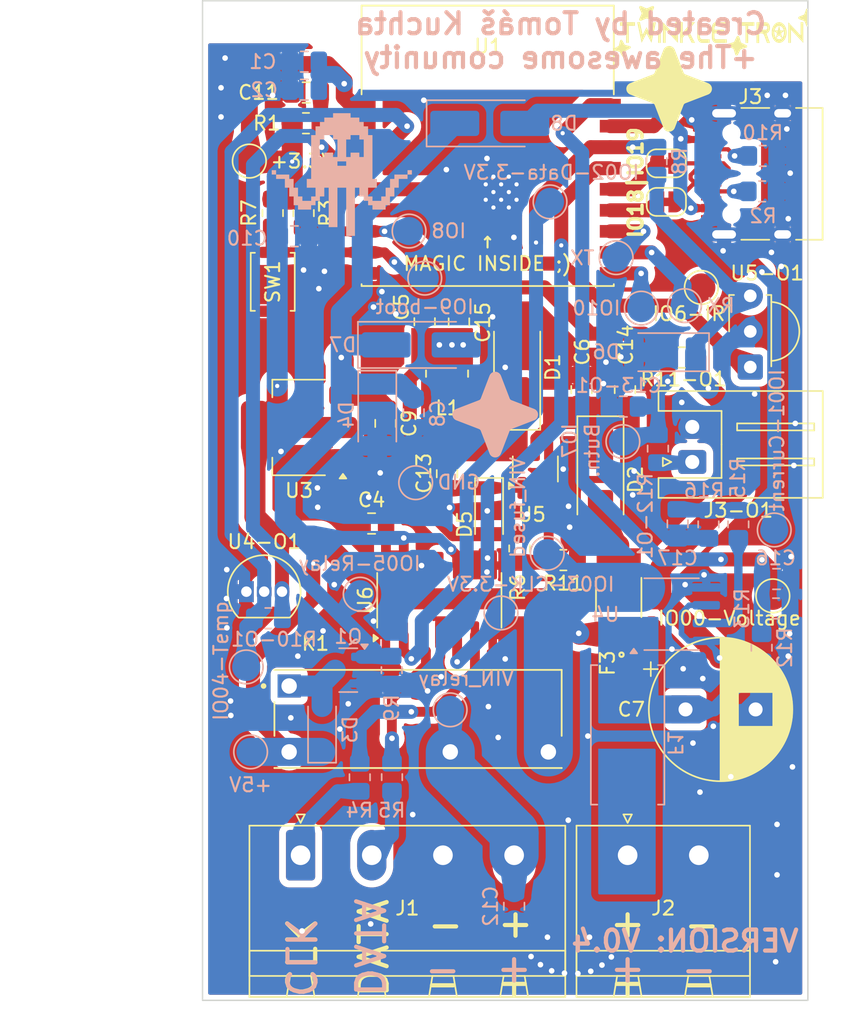
<source format=kicad_pcb>
(kicad_pcb (version 20240108) (generator "pcbnew") (generator_version "8.0")
  (layers (0 "F.Cu" signal) (31 "B.Cu" signal) (34 "B.Paste" user) (35 "F.Paste" user) (36 "B.SilkS" user "B.Silkscreen") (37 "F.SilkS" user "F.Silkscreen") (38 "B.Mask" user) (39 "F.Mask" user) (44 "Edge.Cuts" user))
  (net 0 "")
  (net 1 "GND")
  (net 2 "+3.3V")
  (net 3 "+5V")
  (net 4 "Net-(D5-A)")
  (net 5 "Net-(D2-K)")
  (net 6 "VIN_Fused")
  (net 7 "Net-(C7-Pad1)")
  (net 8 "VIN_relay")
  (net 9 "Net-(D3-A)")
  (net 10 "+VIN")
  (net 11 "Net-(J3-O1-Pin_1)")
  (net 12 "Net-(U1-EN)")
  (net 13 "Net-(D5-K)")
  (net 14 "Net-(D1-K)")
  (net 15 "IO00-Voltage")
  (net 16 "IO01-Current")
  (net 17 "Net-(R4-Pad1)")
  (net 18 "DATA-5V")
  (net 19 "CLK-5V")
  (net 20 "Net-(R5-Pad2)")
  (net 21 "Net-(D2-A)")
  (net 23 "Net-(USB1-A)")
  (net 24 "USB_5V")
  (net 25 "Net-(USB2-A)")
  (net 26 "Net-(J3-CC2)")
  (net 27 "Net-(J3-CC1)")
  (net 29 "IO18{slash}USB_D-")
  (net 30 "IO19{slash}USB_D+")
  (net 31 "IO05-Relay")
  (net 32 "IO8")
  (net 33 "Net-(U5-V_{FB})")
  (net 34 "IO9-boot")
  (net 35 "IO02-Data-3.3V")
  (net 36 "IO04-Temperature")
  (net 37 "Net-(U4-VIOUT)")
  (net 38 "RX")
  (net 39 "IO07-Button")
  (net 40 "IO10")
  (net 41 "IO03-CLK-3.3V")
  (net 42 "TX")
  (net 44 "IO6-IR")
  (footprint "Capacitor_SMD:C_0805_2012Metric_Pad1.18x1.45mm_HandSolder" (layer "F.Cu") (at 153.05 75.1875 90)
    (property "Reference" "C13")
    (property "Value" "100nF")
  )
  (footprint "Resistor_SMD:R_0805_2012Metric_Pad1.20x1.40mm_HandSolder" (layer "F.Cu") (at 142.98 50.19)
    (property "Reference" "R1")
    (property "Value" "10k")
  )
  (footprint "OptoDevice:Vishay_MINICAST-3Pin" (layer "F.Cu") (at 174.69 67.58 90)
    (property "Reference" "U5-O1")
    (property "Value" "TSOP38238")
  )
  (footprint "Capacitor_SMD:C_0805_2012Metric_Pad1.18x1.45mm_HandSolder" (layer "F.Cu") (at 148.66 71.6 -90)
    (property "Reference" "C9")
    (property "Value" "10uF")
  )
  (footprint "Capacitor_SMD:C_0805_2012Metric_Pad1.18x1.45mm_HandSolder" (layer "F.Cu") (at 162.65 69.1875 90)
    (property "Reference" "C6")
    (property "Value" "10uF")
  )
  (footprint "Resistor_SMD:R_0805_2012Metric_Pad1.20x1.40mm_HandSolder" (layer "F.Cu") (at 169.8 66.9 180)
    (property "Reference" "R11-O1")
    (property "Value" "10k")
  )
  (footprint "TestPoint:TestPoint_Pad_D2.0mm" (layer "F.Cu") (at 176.3 83.9)
    (property "Reference" "TP2")
    (property "Value" "IO00-Voltage")
  )
  (footprint "footprints:ESP32-C3-WROOM-02" (layer "F.Cu") (at 155.95 51.8)
    (property "Reference" "U1")
    (property "Value" "ESP32-C3-WROOM-02")
  )
  (footprint "Resistor_SMD:R_0805_2012Metric_Pad1.20x1.40mm_HandSolder" (layer "F.Cu") (at 161.35 81.35)
    (property "Reference" "R11")
    (property "Value" "10k")
  )
  (footprint "footprints:logo" (layer "F.Cu") (at 171.878307 43.477282)
    (property "Reference" "G***" (hide yes))
    (property "Value" "LOGO" (hide yes))
  )
  (footprint "footprints:RELAY_HF46F_005-HS1" (layer "F.Cu") (at 150.98 92.68)
    (property "Reference" "K1")
    (property "Value" "HF46F-G/5-HS1")
  )
  (footprint "Package_TO_SOT_SMD:SOT-223-3_TabPin2" (layer "F.Cu") (at 142.49 71.89 180)
    (property "Reference" "U3")
    (property "Value" "AMS1117-3.3")
  )
  (footprint "Capacitor_SMD:C_0805_2012Metric_Pad1.18x1.45mm_HandSolder" (layer "F.Cu") (at 165.75 69.1875 90)
    (property "Reference" "C14")
    (property "Value" "10uF")
  )
  (footprint "Resistor_SMD:R_0805_2012Metric_Pad1.20x1.40mm_HandSolder" (layer "F.Cu") (at 140.61 56.6 -90)
    (property "Reference" "R7")
    (property "Value" "10k")
  )
  (footprint "Package_TO_SOT_SMD:SOT-23-6_Handsoldering" (layer "F.Cu") (at 159.35 74.85 90)
    (property "Reference" "U5")
    (property "Value" "MCP16331T-E/CH")
  )
  (footprint "Connector_Phoenix_MSTB:PhoenixContact_MSTBA_2,5_4-G-5,08_1x04_P5.08mm_Horizontal" (layer "F.Cu") (at 142.5975 102.4)
    (property "Reference" "J1")
    (property "Value" "To leds")
  )
  (footprint "Package_TO_SOT_THT:TO-92_Inline" (layer "F.Cu") (at 138.73 83.6)
    (property "Reference" "U4-O1")
    (property "Value" "DS18B20")
  )
  (footprint "Jumper:SolderJumper-2_P1.3mm_Bridged_RoundedPad1.0x1.5mm" (layer "F.Cu") (at 168.69 53.05 180)
    (property "Reference" "USB2")
    (property "Value" "Jumper_2_Small_Bridged" (hide yes))
  )
  (footprint "Resistor_SMD:R_0805_2012Metric_Pad1.20x1.40mm_HandSolder" (layer "F.Cu") (at 158.22 80.52 -90)
    (property "Reference" "R6")
    (property "Value" "52.3k")
  )
  (footprint "Capacitor_SMD:C_0805_2012Metric_Pad1.18x1.45mm_HandSolder" (layer "F.Cu") (at 147.6625 78.74)
    (property "Reference" "C4")
    (property "Value" "100nF")
  )
  (footprint "Capacitor_SMD:C_0805_2012Metric_Pad1.18x1.45mm_HandSolder" (layer "F.Cu") (at 151.45 64.35 90)
    (property "Reference" "C5")
    (property "Value" "10uF")
  )
  (footprint "footprints:IND_VLS3012HBX-220M" (layer "F.Cu") (at 153.05 68.05 90)
    (property "Reference" "L1")
    (property "Value" "22 µH")
  )
  (footprint "TestPoint:TestPoint_Pad_D2.0mm" (layer "F.Cu") (at 138.94 52.89)
    (property "Reference" "TP16" (hide yes))
    (property "Value" "+3.3V")
  )
  (footprint "Resistor_SMD:R_0805_2012Metric_Pad1.20x1.40mm_HandSolder" (layer "F.Cu") (at 142.81 56.6 -90)
    (property "Reference" "R3")
    (property "Value" "10k")
  )
  (footprint "Connector_USB:USB_C_Receptacle_HRO_TYPE-C-31-M-12" (layer "F.Cu") (at 175.95 53.8 90)
    (property "Reference" "J3")
    (property "Value" "USB_C_Rec._16P")
  )
  (footprint "TestPoint:TestPoint_Pad_D2.0mm" (layer "F.Cu") (at 171.2 61.9 90)
    (property "Reference" "TP7" (hide yes))
    (property "Value" "IO6-IR")
  )
  (footprint "Package_SO:SOIC-14_3.9x8.7mm_P1.27mm" (layer "F.Cu") (at 152.5 84.215 90)
    (property "Reference" "U6")
    (property "Value" "SN74AHCT125DR")
  )
  (footprint "Connector_Phoenix_MSTB:PhoenixContact_MSTBA_2,5_2-G-5,08_1x02_P5.08mm_Horizontal" (layer "F.Cu") (at 165.9375 102.4)
    (property "Reference" "J2")
    (property "Value" "Power")
  )
  (footprint "Capacitor_THT:CP_Radial_D10.0mm_P5.00mm" (layer "F.Cu") (at 170.07 92)
    (property "Reference" "C7")
    (property "Value" "1000uF")
  )
  (footprint "Diode_SMD:D_SMA_Handsoldering" (layer "F.Cu") (at 158.05 67.55 90)
    (property "Reference" "D1")
    (property "Value" "SSA34")
  )
  (footprint "Diode_SMD:D_SMA_Handsoldering" (layer "F.Cu") (at 164 75.6 -90)
    (property "Reference" "D2")
    (property "Value" "SSA34")
  )
  (footprint "Diode_SMD:D_SOD-123" (layer "F.Cu") (at 156.05 77.85 -90)
    (property "Reference" "D5")
    (property "Value" "1N4148")
  )
  (footprint "Connector_JST:JST_XH_S2B-XH-A_1x02_P2.50mm_Horizontal" (layer "F.Cu") (at 170.55 74.35 90)
    (property "Reference" "J3-O1")
    (property "Value" "Button")
  )
  (footprint "Capacitor_SMD:C_0805_2012Metric_Pad1.18x1.45mm_HandSolder" (layer "F.Cu") (at 142.9975 48)
    (property "Reference" "C11")
    (property "Value" "0.22uF")
  )
  (footprint "footprints:FUSE_1812L200_12DR" (layer "F.Cu") (at 165.3 84.015 90)
    (property "Reference" "F3")
    (property "Value" "1812L050/60MR")
  )
  (footprint "Jumper:SolderJumper-2_P1.3mm_Bridged_RoundedPad1.0x1.5mm" (layer "F.Cu") (at 168.7 55.8 180)
    (property "Reference" "USB1")
    (property "Value" "Jumper_2_Small_Bridged" (hide yes))
  )
  (footprint "Button_Switch_SMD:SW_Push_SPST_NO_Alps_SKRK" (layer "F.Cu") (at 140.61 61.5 90)
    (property "Reference" "SW1")
    (property "Value" "SW_Push-boot")
  )
  (footprint "Capacitor_SMD:C_0805_2012Metric_Pad1.18x1.45mm_HandSolder" (layer "F.Cu") (at 153.9 64.3625 90)
    (property "Reference" "C15")
    (property "Value" "10uF")
  )
  (footprint "TestPoint:TestPoint_Pad_D2.0mm" (layer "B.Cu") (at 150.81 75.83 180)
    (property "Reference" "TP18" (hide yes))
    (property "Value" "GND")
  )
  (footprint "Capacitor_SMD:C_0805_2012Metric_Pad1.18x1.45mm_HandSolder" (layer "B.Cu") (at 169.5075 78.7625 -90)
    (property "Reference" "C17")
    (property "Value" "100nF")
  )
  (footprint "Diode_SMD:D_SOD-128" (layer "B.Cu") (at 148.07 71 -90)
    (property "Reference" "D4")
    (property "Value" "PDZVTR5.1B")
  )
  (footprint "TestPoint:TestPoint_Pad_D2.0mm" (layer "B.Cu") (at 156.900707 85.119293 180)
    (property "Reference" "TP13" (hide yes))
    (property "Value" "IO03-CLK-3.3V")
  )
  (footprint "TestPoint:TestPoint_Pad_D2.0mm" (layer "B.Cu") (at 176.4 79.2 180)
    (property "Reference" "TP1" (hide yes))
    (property "Value" "IO01-Current")
  )
  (footprint "Diode_SMD:D_SMA_Handsoldering" (layer "B.Cu") (at 151.2 66)
    (property "Reference" "D7")
    (property "Value" "SSA34")
  )
  (footprint "Resistor_SMD:R_0805_2012Metric_Pad1.20x1.40mm_HandSolder" (layer "B.Cu") (at 175.5 87.6 90)
    (property "Reference" "R12")
    (property "Value" "220k" (hide yes))
  )
  (footprint "Resistor_SMD:R_0805_2012Metric_Pad1.20x1.40mm_HandSolder" (layer "B.Cu") (at 173.8375 78.8 90)
    (property "Reference" "R15")
    (property "Value" "51k")
  )
  (footprint "TestPoint:TestPoint_Pad_D2.0mm" (layer "B.Cu") (at 165.6 72.9 -90)
    (property "Reference" "TP5" (hide yes))
    (property "Value" "IO07-Button" (hide yes))
  )
  (footprint "Diode_SMD:D_SOD-128" (layer "B.Cu") (at 168.5875 66.52 180)
    (property "Reference" "D6")
    (property "Value" "PDZVTR5.1B")
  )
  (footprint "Diode_SMD:D_SOD-123" (layer "B.Cu") (at 144.13 93.44 90)
    (property "Reference" "D3")
    (property "Value" "1N4148")
  )
  (footprint "Capacitor_SMD:C_0805_2012Metric_Pad1.18x1.45mm_HandSolder" (layer "B.Cu") (at 142.8625 45.8)
    (property "Reference" "C1")
    (property "Value" "100nF")
  )
  (footprint "Resistor_SMD:R_0805_2012Metric_Pad1.20x1.40mm_HandSolder" (layer "B.Cu") (at 168 52.9 90)
    (property "Reference" "R8")
    (property "Value" "10k")
  )
  (footprint "TestPoint:TestPoint_Pad_D2.0mm" (layer "B.Cu") (at 153.27 92.03 180)
    (property "Reference" "TP20")
    (property "Value" "VIN_relay")
  )
  (footprint "Package_SO:SOIC-8_3.9x4.9mm_P1.27mm" (layer "B.Cu") (at 169.075 85.205)
    (property "Reference" "U4")
    (property "Value" "ACS722xLCTR-10AB")
  )
  (footprint "Resistor_SMD:R_0805_2012Metric_Pad1.20x1.40mm_HandSolder" (layer "B.Cu") (at 140.3 85.5 180)
    (property "Reference" "R10-O1")
    (property "Value" "4.7k")
  )
  (footprint "Resistor_SMD:R_0805_2012Metric_Pad1.20x1.40mm_HandSolder" (layer "B.Cu") (at 171.7075 78.8 -90)
    (property "Reference" "R16")
    (property "Value" "39k")
  )
  (footprint "TestPoint:TestPoint_Pad_D2.0mm" (layer "B.Cu") (at 165.12 59.78 180)
    (property "Reference" "TP15")
    (property "Value" "TX")
  )
  (footprint "Capacitor_SMD:C_0805_2012Metric_Pad1.18x1.45mm_HandSolder" (layer "B.Cu") (at 176.5625 82.7)
    (property "Reference" "C16")
    (property "Value" "100nF")
  )
  (footprint "Resistor_SMD:R_0805_2012Metric_Pad1.20x1.40mm_HandSolder" (layer "B.Cu") (at 176.525 84.8)
    (property "Reference" "R13")
    (property "Value" "10k")
  )
  (footprint "TestPoint:TestPoint_Pad_D2.0mm" (layer "B.Cu") (at 151.46 61.24 180)
    (property "Reference" "TP9" (hide yes))
    (property "Value" "IO9-boot")
  )
  (footprint "footprints:akemi" (layer "B.Cu") (at 145.54 53.85 180)
    (property "Reference" "G***" (hide yes))
    (property "Value" "LOGO" (hide yes))
  )
  (footprint "Package_TO_SOT_SMD:SOT-23" (layer "B.Cu") (at 146 89.2 180)
    (property "Reference" "Q1")
    (property "Value" "2N7002")
  )
  (footprint "Capacitor_SMD:C_0805_2012Metric_Pad1.18x1.45mm_HandSolder" (layer "B.Cu") (at 150.67 70.8375 -90)
    (property "Reference" "C8")
    (property "Value" "100nF" (hide yes))
  )
  (footprint "Resistor_SMD:R_0805_2012Metric_Pad1.20x1.40mm_HandSolder" (layer "B.Cu") (at 149.12 96.83 90)
    (property "Reference" "R5")
    (property "Value" "100R")
  )
  (footprint "Fuse:Fuseholder_Littelfuse_Nano2_154x" (layer "B.Cu") (at 165.9375 93.815 90)
    (property "Reference" "F1")
    (property "Value" "10A")
  )
  (footprint "Resistor_SMD:R_0805_2012Metric_Pad1.20x1.40mm_HandSolder" (layer "B.Cu") (at 168.1 73.4 -90)
    (property "Reference" "R12-O1")
    (property "Value" "1k")
  )
  (footprint "Resistor_SMD:R_0805_2012Metric_Pad1.20x1.40mm_HandSolder" (layer "B.Cu") (at 175.54 55.05 180)
    (property "Reference" "R2")
    (property "Value" "5k1")
  )
  (footprint "TestPoint:TestPoint_Pad_D2.0mm" (layer "B.Cu") (at 160.2 80.86 180)
    (property "Reference" "TP19" (hide yes))
    (property "Value" "VIN_fused")
  )
  (footprint "Capacitor_SMD:C_0805_2012Metric_Pad1.18x1.45mm_HandSolder" (layer "B.Cu") (at 142.1525 58.25)
    (property "Reference" "C10")
    (property "Value" "10uF")
  )
  (footprint "TestPoint:TestPoint_Pad_D2.0mm" (layer "B.Cu") (at 160.4 55.8 180)
    (property "Reference" "TP3" (hide yes))
    (property "Value" "IO02-Data-3.3V")
  )
  (footprint "Resistor_SMD:R_0805_2012Metric_Pad1.20x1.40mm_HandSolder" (layer "B.Cu") (at 149.1 89.2 -90)
    (property "Reference" "R9")
    (property "Value" "10k")
  )
  (footprint "Capacitor_SMD:C_0805_2012Metric_Pad1.18x1.45mm_HandSolder" (layer "B.Cu") (at 157.8375 106.0375 -90)
    (property "Reference" "C12")
    (property "Value" "100nF")
  )
  (footprint "Resistor_SMD:R_0805_2012Metric_Pad1.20x1.40mm_HandSolder" (layer "B.Cu") (at 175.58 52.52 180)
    (property "Reference" "R10")
    (property "Value" "5k1")
  )
  (footprint "TestPoint:TestPoint_Pad_D2.0mm" (layer "B.Cu") (at 170 63.2 180)
    (property "Reference" "TP6")
    (property "Value" "RX")
  )
  (footprint "TestPoint:TestPoint_Pad_D2.0mm" (layer "B.Cu") (at 139.03 95.03 180)
    (property "Reference" "TP17" (hide yes))
    (property "Value" "+5V")
  )
  (footprint "TestPoint:TestPoint_Pad_D2.0mm" (layer "B.Cu") (at 146.85 83.78 180)
    (property "Reference" "TP14" (hide yes))
    (property "Value" "IO05-Relay")
  )
  (footprint "Diode_SMD:D_SMA_Handsoldering" (layer "B.Cu") (at 156.1 50.2)
    (property "Reference" "D8")
    (property "Value" "SSA34")
  )
  (footprint "TestPoint:TestPoint_Pad_D2.0mm" (layer "B.Cu") (at 150.34 57.88 180)
    (property "Reference" "TP8" (hide yes))
    (property "Value" "IO8")
  )
  (footprint "Resistor_SMD:R_0805_2012Metric_Pad1.20x1.40mm_HandSolder" (layer "B.Cu") (at 146.82 96.84 -90)
    (property "Reference" "R4")
    (property "Value" "100R")
  )
  (footprint "Capacitor_SMD:C_0805_2012Metric_Pad1.18x1.45mm_HandSolder" (layer "B.Cu") (at 165.6375 70.4 180)
    (property "Reference" "C13-O1")
    (property "Value" "100nF")
  )
  (footprint "TestPoint:TestPoint_Pad_D2.0mm" (layer "B.Cu") (at 166.91 63.38 180)
    (property "Reference" "TP10")
    (property "Value" "IO10")
  )
  (footprint "TestPoint:TestPoint_Pad_D2.0mm" (layer "B.Cu") (at 138.72 88.97 180)
    (property "Reference" "TP4" (hide yes))
    (property "Value" "IO04-Temperature")
  )
  (footprint "Capacitor_SMD:C_0805_2012Metric_Pad1.18x1.45mm_HandSolder" (layer "B.Cu") (at 142.8625 47.8)
    (property "Reference" "C2")
    (property "Value" "10uF")
  )
  (gr_rect (start 154.75 80.76) (end 156.5 82.62) (stroke (width 0.2)) (fill solid) (layer "F.Cu") (net 1))
  (gr_rect (start 151.3 68.6) (end 158.7 74.2) (stroke (width 0.2)) (fill solid) (layer "F.Cu") (net 14))
  (gr_rect (start 160 69.8) (end 166.7 71.9) (stroke (width 0.2)) (fill solid) (layer "F.Cu") (net 5))
  (gr_rect (start 170.7 48.8) (end 172.5 50.7) (stroke (width 0.2)) (fill solid) (layer "F.Cu") (net 1))
  (gr_rect (start 148.5 80.76) (end 150.25 82.62) (stroke (width 0.2)) (fill solid) (layer "F.Cu") (net 3))
  (gr_rect (start 150.6 64.9) (end 154.8 67.5) (stroke (width 0.2)) (fill solid) (layer "F.Cu") (net 4))
  (gr_rect (start 155.4 53.6) (end 158.3 56.6) (stroke (width 0.2)) (fill solid) (layer "F.Cu") (net 1))
  (gr_rect (start 163.9375 94.9) (end 167.8375 105.1) (stroke (width 0.2)) (fill solid) (layer "B.Cu") (net 10))
  (gr_rect (start 155.2 53.6) (end 158.3 56.8) (stroke (width 0.2)) (fill solid) (layer "B.Cu") (net 1))
  (gr_poly (pts (xy 141.11 78.96) (xy 143.43 81.29) (xy 145.57 79.37) (xy 143.66 79.01)) (stroke (width 0.2)) (fill solid) (layer "B.Cu") (net 3))
  (gr_rect (start 163.9375 85.5) (end 168.0375 92.9) (stroke (width 0.2)) (fill solid) (layer "B.Cu") (net 7))
  (gr_poly (pts (xy 156.467002 67.916564) (xy 156.43078 67.919846) (xy 156.395256 67.926084) (xy 156.36058 67.935174) (xy 156.326914 67.947024) (xy 156.294414 67.961538) (xy 156.263244 67.978616) (xy 156.233566 67.99817) (xy 156.20553 68.020094) (xy 156.179304 68.044304) (xy 156.15504 68.070696) (xy 156.132906 68.099174) (xy 156.113056 68.129646) (xy 156.09565 68.162012) (xy 156.08791 68.178876) (xy 156.080844 68.19618) (xy 155.457648 69.816098) (xy 155.45322 69.826776) (xy 155.448262 69.837156) (xy 155.442784 69.847218) (xy 155.436804 69.856944) (xy 155.430346 69.866324) (xy 155.423416 69.875334) (xy 155.416038 69.883962) (xy 155.40823 69.892188) (xy 155.4 69.9) (xy 155.391376 69.907376) (xy 155.382364 69.9143) (xy 155.372988 69.920762) (xy 155.36326 69.926742) (xy 155.353198 69.93222) (xy 155.34282 69.937182) (xy 155.33214 69.94161) (xy 153.712222 70.564802) (xy 153.696594 70.571172) (xy 153.681318 70.57809) (xy 153.666396 70.58555) (xy 153.651838 70.593536) (xy 153.637656 70.602036) (xy 153.62386 70.61103) (xy 153.610458 70.620506) (xy 153.597462 70.630452) (xy 153.58488 70.64085) (xy 153.572722 70.651686) (xy 153.561 70.662948) (xy 153.54972 70.674618) (xy 153.538896 70.686686) (xy 153.528534 70.699136) (xy 153.518652 70.711956) (xy 153.509248 70.725126) (xy 153.500338 70.738634) (xy 153.491932 70.752468) (xy 153.484042 70.766612) (xy 153.47667 70.781054) (xy 153.469836 70.795776) (xy 153.463542 70.810764) (xy 153.4578 70.826004) (xy 153.452622 70.841484) (xy 153.448014 70.857186) (xy 153.443988 70.873098) (xy 153.440556 70.889204) (xy 153.43773 70.905494) (xy 153.43551 70.92195) (xy 153.433914 70.938554) (xy 153.432948 70.9553) (xy 153.432624 70.97217) (xy 153.433914 71.005778) (xy 153.43773 71.03884) (xy 153.443988 71.071234) (xy 153.452622 71.102848) (xy 153.463542 71.133568) (xy 153.47667 71.163278) (xy 153.491932 71.191864) (xy 153.509248 71.219206) (xy 153.528534 71.245196) (xy 153.54972 71.269714) (xy 153.572722 71.29265) (xy 153.597462 71.31388) (xy 153.62386 71.333302) (xy 153.651838 71.350796) (xy 153.681318 71.366242) (xy 153.712222 71.379532) (xy 155.33214 72.002722) (xy 155.34282 72.00715) (xy 155.353198 72.012116) (xy 155.36326 72.017594) (xy 155.372986 72.02357) (xy 155.382364 72.030032) (xy 155.391376 72.036958) (xy 155.4 72.044336) (xy 155.40823 72.052148) (xy 155.416038 72.060374) (xy 155.423416 72.069002) (xy 155.430342 72.07801) (xy 155.436804 72.087388) (xy 155.442784 72.097118) (xy 155.448262 72.107176) (xy 155.45322 72.117556) (xy 155.457648 72.128236) (xy 156.080844 73.748156) (xy 156.087202 73.763792) (xy 156.094114 73.779082) (xy 156.101566 73.79402) (xy 156.109546 73.808588) (xy 156.118036 73.822786) (xy 156.12702 73.836592) (xy 156.136492 73.850006) (xy 156.146434 73.86302) (xy 156.156822 73.87561) (xy 156.167658 73.887782) (xy 156.178918 73.89952) (xy 156.19059 73.91081) (xy 156.202654 73.921646) (xy 156.215106 73.93202) (xy 156.227922 73.94192) (xy 156.241092 73.951334) (xy 156.254602 73.960252) (xy 156.26844 73.96867) (xy 156.282582 73.976576) (xy 156.297028 73.983952) (xy 156.311752 73.990802) (xy 156.32674 73.997108) (xy 156.341986 74.002856) (xy 156.357472 74.008042) (xy 156.37318 74.01266) (xy 156.389098 74.016694) (xy 156.40521 74.020132) (xy 156.421504 74.02297) (xy 156.437968 74.025196) (xy 156.454582 74.026802) (xy 156.471334 74.02777) (xy 156.488208 74.0281) (xy 156.521834 74.026802) (xy 156.55491 74.02297) (xy 156.587318 74.016694) (xy 156.618944 74.008042) (xy 156.64967 73.997108) (xy 156.679388 73.983952) (xy 156.707976 73.96867) (xy 156.735324 73.951334) (xy 156.76131 73.93202) (xy 156.785826 73.91081) (xy 156.808754 73.887782) (xy 156.829982 73.86302) (xy 156.849396 73.836592) (xy 156.86687 73.808588) (xy 156.882302 73.779082) (xy 156.895572 73.748156) (xy 157.518764 72.128236) (xy 157.523196 72.117556) (xy 157.528154 72.107176) (xy 157.533632 72.097118) (xy 157.539612 72.087388) (xy 157.54607 72.07801) (xy 157.553 72.069002) (xy 157.560378 72.060374) (xy 157.568186 72.052148) (xy 157.576416 72.044336) (xy 157.58504 72.036958) (xy 157.594052 72.030032) (xy 157.60343 72.02357) (xy 157.613156 72.017594) (xy 157.623218 72.012116) (xy 157.633596 72.00715) (xy 157.644276 72.002722) (xy 159.264194 71.379532) (xy 159.279822 71.373164) (xy 159.295098 71.366242) (xy 159.31002 71.358782) (xy 159.324578 71.350796) (xy 159.33876 71.342296) (xy 159.352556 71.333302) (xy 159.365958 71.323828) (xy 159.378954 71.31388) (xy 159.391536 71.303486) (xy 159.403694 71.29265) (xy 159.415416 71.281384) (xy 159.426696 71.269714) (xy 159.43752 71.257646) (xy 159.447882 71.245196) (xy 159.457764 71.232376) (xy 159.467168 71.219206) (xy 159.476078 71.205698) (xy 159.484484 71.191864) (xy 159.492374 71.17772) (xy 159.499746 71.163278) (xy 159.50658 71.148556) (xy 159.512874 71.133568) (xy 159.518616 71.118328) (xy 159.523794 71.102848) (xy 159.528402 71.087146) (xy 159.532428 71.071234) (xy 159.53586 71.055128) (xy 159.538686 71.03884) (xy 159.540906 71.022386) (xy 159.542502 71.005778) (xy 159.543468 70.989032) (xy 159.543792 70.97217) (xy 159.542502 70.938554) (xy 159.538686 70.905494) (xy 159.532428 70.873098) (xy 159.523794 70.841484) (xy 159.512874 70.810764) (xy 159.499746 70.781054) (xy 159.484484 70.752468) (xy 159.467168 70.725126) (xy 159.447882 70.699136) (xy 159.426696 70.674618) (xy 159.403694 70.651686) (xy 159.378954 70.630452) (xy 159.352556 70.61103) (xy 159.324578 70.593536) (xy 159.295098 70.57809) (xy 159.264194 70.564802) (xy 157.644276 69.94161) (xy 157.633596 69.937182) (xy 157.623218 69.93222) (xy 157.613156 69.926742) (xy 157.603428 69.920762) (xy 157.594052 69.9143) (xy 157.58504 69.907376) (xy 157.576416 69.9) (xy 157.568186 69.892188) (xy 157.560378 69.883962) (xy 157.552998 69.875334) (xy 157.54607 69.866324) (xy 157.539608 69.856944) (xy 157.533632 69.847218) (xy 157.528154 69.837156) (xy 157.523192 69.826776) (xy 157.518764 69.816098) (xy 156.900212 68.207636) (xy 156.888492 68.17911) (xy 156.87497 68.15168) (xy 156.859716 68.125416) (xy 156.842816 68.100378) (xy 156.824354 68.076636) (xy 156.804404 68.054246) (xy 156.78305 68.033282) (xy 156.76037 68.013806) (xy 156.736446 67.995878) (xy 156.711356 67.979568) (xy 156.685184 67.964936) (xy 156.658004 67.952048) (xy 156.629904 67.940972) (xy 156.60096 67.931768) (xy 156.571254 67.924496) (xy 156.540864 67.919234) (xy 156.52227 67.917384) (xy 156.503742 67.916328)) (fill solid) (layer "B.SilkS"))
  (gr_poly (pts (xy 168.920646 44.680466) (xy 168.956868 44.683748) (xy 168.992392 44.689986) (xy 169.027068 44.699076) (xy 169.060734 44.710926) (xy 169.093234 44.72544) (xy 169.124404 44.742518) (xy 169.154082 44.762072) (xy 169.182118 44.783996) (xy 169.208344 44.808206) (xy 169.232608 44.834598) (xy 169.254742 44.863076) (xy 169.274592 44.893548) (xy 169.291998 44.925914) (xy 169.299738 44.942778) (xy 169.306804 44.960082) (xy 169.93 46.58) (xy 169.934428 46.590678) (xy 169.939386 46.601058) (xy 169.944864 46.61112) (xy 169.950844 46.620846) (xy 169.957302 46.630226) (xy 169.964232 46.639236) (xy 169.97161 46.647864) (xy 169.979418 46.65609) (xy 169.987648 46.663902) (xy 169.996272 46.671278) (xy 170.005284 46.678202) (xy 170.01466 46.684664) (xy 170.024388 46.690644) (xy 170.03445 46.696122) (xy 170.044828 46.701084) (xy 170.055508 46.705512) (xy 171.675426 47.328704) (xy 171.691054 47.335074) (xy 171.70633 47.341992) (xy 171.721252 47.349452) (xy 171.73581 47.357438) (xy 171.749992 47.365938) (xy 171.763788 47.374932) (xy 171.77719 47.384408) (xy 171.790186 47.394354) (xy 171.802768 47.404752) (xy 171.814926 47.415588) (xy 171.826648 47.42685) (xy 171.837928 47.43852) (xy 171.848752 47.450588) (xy 171.859114 47.463038) (xy 171.868996 47.475858) (xy 171.8784 47.489028) (xy 171.88731 47.502536) (xy 171.895716 47.51637) (xy 171.903606 47.530514) (xy 171.910978 47.544956) (xy 171.917812 47.559678) (xy 171.924106 47.574666) (xy 171.929848 47.589906) (xy 171.935026 47.605386) (xy 171.939634 47.621088) (xy 171.94366 47.637) (xy 171.947092 47.653106) (xy 171.949918 47.669396) (xy 171.952138 47.685852) (xy 171.953734 47.702456) (xy 171.9547 47.719202) (xy 171.955024 47.736072) (xy 171.953734 47.76968) (xy 171.949918 47.802742) (xy 171.94366 47.835136) (xy 171.935026 47.86675) (xy 171.924106 47.89747) (xy 171.910978 47.92718) (xy 171.895716 47.955766) (xy 171.8784 47.983108) (xy 171.859114 48.009098) (xy 171.837928 48.033616) (xy 171.814926 48.056552) (xy 171.790186 48.077782) (xy 171.763788 48.097204) (xy 171.73581 48.114698) (xy 171.70633 48.130144) (xy 171.675426 48.143434) (xy 170.055508 48.766624) (xy 170.044828 48.771052) (xy 170.03445 48.776018) (xy 170.024388 48.781496) (xy 170.014662 48.787472) (xy 170.005284 48.793934) (xy 169.996272 48.80086) (xy 169.987648 48.808238) (xy 169.979418 48.81605) (xy 169.97161 48.824276) (xy 169.964232 48.832904) (xy 169.957306 48.841912) (xy 169.950844 48.85129) (xy 169.944864 48.86102) (xy 169.939386 48.871078) (xy 169.934428 48.881458) (xy 169.93 48.892138) (xy 169.306804 50.512058) (xy 169.300446 50.527694) (xy 169.293534 50.542984) (xy 169.286082 50.557922) (xy 169.278102 50.57249) (xy 169.269612 50.586688) (xy 169.260628 50.600494) (xy 169.251156 50.613908) (xy 169.241214 50.626922) (xy 169.230826 50.639512) (xy 169.21999 50.651684) (xy 169.20873 50.663422) (xy 169.197058 50.674712) (xy 169.184994 50.685548) (xy 169.172542 50.695922) (xy 169.159726 50.705822) (xy 169.146556 50.715236) (xy 169.133046 50.724154) (xy 169.119208 50.732572) (xy 169.105066 50.740478) (xy 169.09062 50.747854) (xy 169.075896 50.754704) (xy 169.060908 50.76101) (xy 169.045662 50.766758) (xy 169.030176 50.771944) (xy 169.014468 50.776562) (xy 168.99855 50.780596) (xy 168.982438 50.784034) (xy 168.966144 50.786872) (xy 168.94968 50.789098) (xy 168.933066 50.790704) (xy 168.916314 50.791672) (xy 168.89944 50.792002) (xy 168.865814 50.790704) (xy 168.832738 50.786872) (xy 168.80033 50.780596) (xy 168.768704 50.771944) (xy 168.737978 50.76101) (xy 168.70826 50.747854) (xy 168.679672 50.732572) (xy 168.652324 50.715236) (xy 168.626338 50.695922) (xy 168.601822 50.674712) (xy 168.578894 50.651684) (xy 168.557666 50.626922) (xy 168.538252 50.600494) (xy 168.520778 50.57249) (xy 168.505346 50.542984) (xy 168.492076 50.512058) (xy 167.868884 48.892138) (xy 167.864452 48.881458) (xy 167.859494 48.871078) (xy 167.854016 48.86102) (xy 167.848036 48.85129) (xy 167.841578 48.841912) (xy 167.834648 48.832904) (xy 167.82727 48.824276) (xy 167.819462 48.81605) (xy 167.811232 48.808238) (xy 167.802608 48.80086) (xy 167.793596 48.793934) (xy 167.784218 48.787472) (xy 167.774492 48.781496) (xy 167.76443 48.776018) (xy 167.754052 48.771052) (xy 167.743372 48.766624) (xy 166.123454 48.143434) (xy 166.107826 48.137066) (xy 166.09255 48.130144) (xy 166.077628 48.122684) (xy 166.06307 48.114698) (xy 166.048888 48.106198) (xy 166.035092 48.097204) (xy 166.02169 48.08773) (xy 166.008694 48.077782) (xy 165.996112 48.067388) (xy 165.983954 48.056552) (xy 165.972232 48.045286) (xy 165.960952 48.033616) (xy 165.950128 48.021548) (xy 165.939766 48.009098) (xy 165.929884 47.996278) (xy 165.92048 47.983108) (xy 165.91157 47.9696) (xy 165.903164 47.955766) (xy 165.895274 47.941622) (xy 165.887902 47.92718) (xy 165.881068 47.912458) (xy 165.874774 47.89747) (xy 165.869032 47.88223) (xy 165.863854 47.86675) (xy 165.859246 47.851048) (xy 165.85522 47.835136) (xy 165.851788 47.81903) (xy 165.848962 47.802742) (xy 165.846742 47.786288) (xy 165.845146 47.76968) (xy 165.84418 47.752934) (xy 165.843856 47.736072) (xy 165.845146 47.702456) (xy 165.848962 47.669396) (xy 165.85522 47.637) (xy 165.863854 47.605386) (xy 165.874774 47.574666) (xy 165.887902 47.544956) (xy 165.903164 47.51637) (xy 165.92048 47.489028) (xy 165.939766 47.463038) (xy 165.960952 47.43852) (xy 165.983954 47.415588) (xy 166.008694 47.394354) (xy 166.035092 47.374932) (xy 166.06307 47.357438) (xy 166.09255 47.341992) (xy 166.123454 47.328704) (xy 167.743372 46.705512) (xy 167.754052 46.701084) (xy 167.76443 46.696122) (xy 167.774492 46.690644) (xy 167.78422 46.684664) (xy 167.793596 46.678202) (xy 167.802608 46.671278) (xy 167.811232 46.663902) (xy 167.819462 46.65609) (xy 167.82727 46.647864) (xy 167.83465 46.639236) (xy 167.841578 46.630226) (xy 167.84804 46.620846) (xy 167.854016 46.61112) (xy 167.859494 46.601058) (xy 167.864456 46.590678) (xy 167.868884 46.58) (xy 168.487436 44.971538) (xy 168.499156 44.943012) (xy 168.512678 44.915582) (xy 168.527932 44.889318) (xy 168.544832 44.86428) (xy 168.563294 44.840538) (xy 168.583244 44.818148) (xy 168.604598 44.797184) (xy 168.627278 44.777708) (xy 168.651202 44.75978) (xy 168.676292 44.74347) (xy 168.702464 44.728838) (xy 168.729644 44.71595) (xy 168.757744 44.704874) (xy 168.786688 44.69567) (xy 168.816394 44.688398) (xy 168.846784 44.683136) (xy 168.865378 44.681286) (xy 168.883906 44.68023)) (fill solid) (layer "F.SilkS"))
  (gr_rect (start 135.6 41.45) (end 178.8 112.75) (stroke (width 0.1)) (fill none) (layer "Edge.Cuts"))
  (gr_text "+" (at 164.5 111.6 0) (layer "B.SilkS") (effects (font (size 2 2) (thickness 0.3) (bold yes)) (justify left bottom)))
  (gr_text "+" (at 156.4 111.6 0) (layer "B.SilkS") (effects (font (size 2 2) (thickness 0.3) (bold yes)) (justify left bottom)))
  (gr_text "IO04-Temp." (at 137.5 92.9 90) (layer "B.SilkS") (effects (font (size 1 1)) (justify left bottom)))
  (gr_text "CLK" (at 141.4 106.7 -90) (layer "B.SilkS") (effects (font (size 2 2) (thickness 0.3) (bold yes)) (justify right bottom mirror)))
  (gr_text "-" (at 169.6 111.7 0) (layer "B.SilkS") (effects (font (size 2 2) (thickness 0.3) (bold yes)) (justify left bottom)))
  (gr_text "DATA" (at 146.3 105.3 -90) (layer "B.SilkS") (effects (font (size 2 2) (thickness 0.3) (bold yes)) (justify right bottom mirror)))
  (gr_text "Created by Tomáš Kuchta\n+The awesome comunity" (at 161.15 44.3 0) (layer "B.SilkS") (effects (font (size 1.5 1.5) (thickness 0.3)) (justify mirror)))
  (gr_text "IO7\nButn." (at 164 71.5 90) (layer "B.SilkS") (effects (font (size 1 1)) (justify left bottom mirror)))
  (gr_text "VERSION: V0.4" (at 178.3 109.4 0) (layer "B.SilkS") (effects (font (size 1.5 1.5) (thickness 0.3) (bold yes)) (justify left bottom mirror)))
  (gr_text "-" (at 151.3 111.7 0) (layer "B.SilkS") (effects (font (size 2 2) (thickness 0.3) (bold yes)) (justify left bottom)))
  (gr_text "+" (at 164.5 112.6 0) (layer "F.SilkS") (effects (font (size 2 2) (thickness 0.3) (bold yes)) (justify left bottom)))
  (gr_text "-" (at 169.6 112.7 0) (layer "F.SilkS") (effects (font (size 2 2) (thickness 0.3) (bold yes)) (justify left bottom)))
  (gr_text "+" (at 164.5 108.4 0) (layer "F.SilkS") (effects (font (size 2 2) (thickness 0.3) (bold yes)) (justify left bottom)))
  (gr_text "-" (at 151.5 108.5 0) (layer "F.SilkS") (effects (font (size 2 2) (thickness 0.3) (bold yes)) (justify left bottom)))
  (gr_text "↑\nMAGIC INSIDE ;)" (at 155.94 59.4 0) (layer "F.SilkS") (effects (font (size 1 1))))
  (gr_text "-" (at 169.8 108.5 0) (layer "F.SilkS") (effects (font (size 2 2) (thickness 0.3) (bold yes)) (justify left bottom)))
  (gr_text "DATA" (at 149 112.7 90) (layer "F.SilkS") (effects (font (size 2 2) (thickness 0.3) (bold yes)) (justify left bottom)))
  (gr_text "-" (at 151.3 112.7 0) (layer "F.SilkS") (effects (font (size 2 2) (thickness 0.3) (bold yes)) (justify left bottom)))
  (gr_text "IO18|IO19" (at 167.1 58.5 90) (layer "F.SilkS") (effects (font (size 1 1) (thickness 0.25) (bold yes)) (justify left bottom)))
  (gr_text "CLK" (at 143.9 112.7 90) (layer "F.SilkS") (effects (font (size 2 2) (thickness 0.3) (bold yes)) (justify left bottom)))
  (gr_text "+" (at 156.5 108.4 0) (layer "F.SilkS") (effects (font (size 2 2) (thickness 0.3) (bold yes)) (justify left bottom)))
  (gr_text "+" (at 156.4 112.6 0) (layer "F.SilkS") (effects (font (size 2 2) (thickness 0.3) (bold yes)) (justify left bottom)))
  (segment (start 171.905 57.205) (end 172.82 58.12) (width 0.5) (layer "F.Cu") (net 1))
  (segment (start 161.8 79.9) (end 161.8 79.3) (width 1) (layer "F.Cu") (net 1))
  (segment (start 171.905 50.55) (end 171.905 50.395) (width 0.5) (layer "F.Cu") (net 1))
  (segment (start 147.1075 74.19) (end 148.66 72.6375) (width 1.5) (layer "F.Cu") (net 1))
  (segment (start 162.35 81.35) (end 162.35 80.45) (width 1) (layer "F.Cu") (net 1))
  (segment (start 171.905 50.395) (end 172.82 49.48) (width 0.5) (layer "F.Cu") (net 1))
  (segment (start 158.76 78.07) (end 159.35 77.48) (width 0.4) (layer "F.Cu") (net 1))
  (segment (start 161.8 79.3) (end 161.8 79) (width 1) (layer "F.Cu") (net 1))
  (segment (start 171.905 57.05) (end 171.905 57.205) (width 0.5) (layer "F.Cu") (net 1))
  (segment (start 145.64 74.19) (end 147.1075 74.19) (width 1.5) (layer "F.Cu") (net 1))
  (segment (start 159.35 77.48) (end 159.35 76.2) (width 0.4) (layer "F.Cu") (net 1))
  (segment (start 162.35 80.45) (end 161.8 79.9) (width 1) (layer "F.Cu") (net 1))
  (via (at 157.82 58.33) (size 0.8) (drill 0.4) (layers "F.Cu" "B.Cu") (net 1))
  (via (at 161.7 99.9) (size 0.8) (drill 0.4) (layers "F.Cu" "B.Cu") (net 1))
  (via (at 155.9 52.7) (size 0.8) (drill 0.4) (layers "F.Cu" "B.Cu") (net 1))
  (via (at 164.39 67.23) (size 0.8) (drill 0.4) (layers "F.Cu" "B.Cu") (net 1))
  (via (at 155.9 82.2) (size 0.8) (drill 0.4) (layers "F.Cu" "B.Cu") (net 1))
  (via (at 172.75 59.29) (size 0.8) (drill 0.4) (layers "F.Cu" "B.Cu") (net 1))
  (via (at 145 83.1) (size 0.8) (drill 0.4) (layers "F.Cu" "B.Cu") (net 1))
  (via (at 171.3 89.8) (size 0.8) (drill 0.4) (layers "F.Cu" "B.Cu") (net 1))
  (via (at 147.6 107.3) (size 0.8) (drill 0.4) (layers "F.Cu" "B.Cu") (net 1))
  (via (at 151.66 90.68) (size 0.8) (drill 0.4) (layers "F.Cu" "B.Cu") (net 1))
  (via (at 177.54 53.75) (size 0.8) (drill 0.4) (layers "F.Cu" "B.Cu") (net 1))
  (via (at 172.05 93.2) (size 0.8) (drill 0.4) (layers "F.Cu" "B.Cu") (net 1))
  (via (at 142.4 88.2) (size 0.8) (drill 0.4) (layers "F.Cu" "B.Cu") (net 1))
  (via (at 143.82 77.58) (size 0.8) (drill 0.4) (layers "F.Cu" "B.Cu") (net 1))
  (via (at 143.9 61.99) (size 0.8) (drill 0.4) (layers "F.Cu" "B.Cu") (net 1))
  (via (at 156.3 64) (size 0.8) (drill 0.4) (layers "F.Cu" "B.Cu") (net 1))
  (via (at 165.45 66.86) (size 0.8) (drill 0.4) (layers "F.Cu" "B.Cu") (net 1))
  (via (at 169.1 87.7) (size 0.8) (drill 0.4) (layers "F.Cu" "B.Cu") (net 1))
  (via (at 176.2 59.4) (size 0.8) (drill 0.4) (layers "F.Cu" "B.Cu") (net 1))
  (via (at 151.39 48.55) (size 0.8) (drill 0.4) (layers "F.Cu" "B.Cu") (net 1))
  (via (at 162.39 110.84) (size 0.8) (drill 0.4) (layers "F.Cu" "B.Cu") (net 1))
  (via (at 148.28 75.13) (size 0.8) (drill 0.4) (layers "F.Cu" "B.Cu") (net 1))
  (via (at 136.92 47.66) (size 0.8) (drill 0.4) (layers "F.Cu" "B.Cu") (net 1))
  (via (at 170.6 94.4) (size 0.8) (drill 0.4) (layers "F.Cu" "B.Cu") (net 1))
  (via (at 177.9 71.6) (size 0.8) (drill 0.4) (layers "F.Cu" "B.Cu") (net 1))
  (via (at 163.305177 110.674607) (size 0.8) (drill 0.4) (layers "F.Cu" "B.Cu") (net 1))
  (via (at 177.4 57) (size 0.8) (drill 0.4) (layers "F.Cu" "B.Cu") (net 1))
  (via (at 177.8 74.6) (size 0.8) (drill 0.4) (layers "F.Cu" "B.Cu") (net 1))
  (via (at 148.4 62.2) (size 0.8) (drill 0.4) (layers "F.Cu" "B.Cu") (net 1))
  (via (at 175 69.5) (size 0.8) (drill 0.4) (layers "F.Cu" "B.Cu") (net 1))
  (via (at 164.21 68.76) (size 0.8) (drill 0.4) (layers "F.Cu" "B.Cu") (net 1))
  (via (at 156 91.8) (size 0.8) (drill 0.4) (layers "F.Cu" "B.Cu") (net 1))
  (via (at 177.4 88.2) (size 0.8) (drill 0.4) (layers "F.Cu" "B.Cu") (net 1))
  (via (at 164.775177 109.654607) (size 0.8) (drill 0.4) (layers "F.Cu" "B.Cu") (net 1))
  (via (at 137.31 84.09) (size 0.8) (drill 0.4) (layers "F.Cu" "B.Cu") (net 1))
  (via (at 157.2 67.6) (size 0.8) (drill 0.4) (layers "F.Cu" "B.Cu") (net 1))
  (via (at 155.92 77.84) (size 0.8) (drill 0.4) (layers "F.Cu" "B.Cu") (net 1))
  (via (at 158.76 78.07) (size 0.8) (drill 0.4) (layers "F.Cu" "B.Cu") (net 1))
  (via (at 144.2 86.4) (size 0.8) (drill 0.4) (layers "F.Cu" "B.Cu") (net 1))
  (via (at 177.7 96.1) (size 0.8) (drill 0.4) (layers "F.Cu" "B.Cu") (net 1))
  (via (at 137.6 91.4) (size 0.8) (drill 0.4) (layers "F.Cu" "B.Cu") (net 1))
  (via (at 163.1 93.9) (size 0.8) (drill 0.4) (layers "F.Cu" "B.Cu") (net 1))
  (via (at 161.430354 110.81) (size 0.8) (drill 0.4) (layers "F.Cu" "B.Cu") (net 1))
  (via (at 177.5 86.6) (size 0.8) (drill 0.4) (layers "F.Cu" "B.Cu") (net 1))
  (via (at 147.46 76.86) (size 0.8) (drill 0.4) (layers "F.Cu" "B.Cu") (net 1))
  (via (at 159.715177 110.204607) (size 0.8) (drill 0.4) (layers "F.Cu" "B.Cu") (net 1))
  (via (at 153.23 77.6) (size 0.8) (drill 0.4) (layers "F.Cu" "B.Cu") (net 1))
  (via (at 153 53.5) (size 0.8) (drill 0.4) (layers "F.Cu" "B.Cu") (net 1))
  (via (at 177.3 50.6) (size 0.8) (drill 0.4) (layers "F.Cu" "B.Cu") (net 1))
  (via (at 177.6 81.1) (size 0.8) (drill 0.4) (layers "F.Cu" "B.Cu") (net 1))
  (via (at 136.92 49.74) (size 0.8) (drill 0.4) (layers "F.Cu" "B.Cu") (net 1))
  (via (at 164.105177 110.234607) (size 0.8) (drill 0.4) (layers "F.Cu" "B.Cu") (net 1))
  (via (at 169.8 70.1) (size 0.8) (drill 0.4) (layers "F.Cu" "B.Cu") (net 1))
  (via (at 142.81 60.66) (size 0.8) (drill 0.4) (layers "F.Cu" "B.Cu") (net 1))
  (via (at 161.72 77.51) (size 0.8) (drill 0.4) (layers "F.Cu" "B.Cu") (net 1))
  (via (at 137.21 45.54) (size 0.8) (drill 0.4) (layers "F.Cu" "B.Cu") (net 1))
  (via (at 161.8 79) (size 0.8) (drill 0.4) (layers "F.Cu" "B.Cu") (net 1))
  (via (at 152.63 89.67) (size 0.8) (drill 0.4) (layers "F.Cu" "B.Cu") (net 1))
  (via (at 159.045177 109.624607) (size 0.8) (drill 0.4) (layers "F.Cu" "B.Cu") (net 1))
  (via (at 155.94 81.2) (size 0.8) (drill 0.4) (layers "F.Cu" "B.Cu") (net 1))
  (via (at 176.6 103.8) (size 0.8) (drill 0.4) (layers "F.Cu" "B.Cu") (net 1))
  (via (at 166.4 75) (size 0.8) (drill 0.4) (layers "F.Cu" "B.Cu") (net 1))
  (via (at 177.2 48.2) (size 0.8) (drill 0.4) (layers "F.Cu" "B.Cu") (net 1))
  (via (at 160.515177 110.644607) (size 0.8) (drill 0.4) (layers "F.Cu" "B.Cu") (net 1))
  (via (at 137.62 92.43) (size 0.8) (drill 0.4) (layers "F.Cu" "B.Cu") (net 1))
  (via (at 140.6 48.2) (size 0.8) (drill 0.4) (layers "F.Cu" "B.Cu") (net 1))
  (via (at 137.34 86.18) (size 0.8) (drill 0.4) (layers "F.Cu" "B.Cu") (net 1))
  (via (at 146 91.6) (size 0.8) (drill 0.4) (layers "F.Cu" "B.Cu") (net 1))
  (via (at 175.9 48.2) (size 0.8) (drill 0.4) (layers "F.Cu" "B.Cu") (net 1))
  (via (at 144.3 60.75) (size 0.8) (drill 0.4) (layers "F.Cu" "B.Cu") (net 1))
  (via (at 141.2 73.6) (size 0.8) (drill 0.4) (layers "F.Cu" "B.Cu") (net 1))
  (via (at 147.8 85.7) (size 0.8) (drill 0.4) (layers "F.Cu" "B.Cu") (net 1))
  (via (at 151.23 81.74) (size 0.8) (drill 0.4) (layers "F.Cu" "B.Cu") (net 1))
  (via (at 171.1 97.9) (size 0.8) (drill 0.4) (layers "F.Cu" "B.Cu") (net 1))
  (via (at 176.6 100.2) (size 0.8) (drill 0.4) (layers "F.Cu" "B.Cu") (net 1))
  (via (at 147.8 63.3) (size 0.8) (drill 0.4) (layers "F.Cu" "B.Cu") (net 1))
  (via (at 176.5 110) (size 0.8) (drill 0.4) (layers "F.Cu" "B.Cu") (net 1))
  (via (at 156.7 94) (size 0.8) (drill 0.4) (layers "F.Cu" "B.Cu") (net 1))
  (via (at 161.34 74.86) (size 0.8) (drill 0.4) (layers "F.Cu" "B.Cu") (net 1))
  (via (at 163.215177 108.244607) (size 0.8) (drill 0.4) (layers "F.Cu" "B.Cu") (net 1))
  (via (at 145.4 93.4) (size 0.8) (drill 0.4) (layers "F.Cu" "B.Cu") (net 1))
  (via (at 157.2 88.4) (size 0.8) (drill 0.4) (layers "F.Cu" "B.Cu") (net 1))
  (via (at 160.215177 108.244607) (size 0.8) (drill 0.4) (layers "F.Cu" "B.Cu") (net 1))
  (via (at 150.6 99.5) (size 0.8) (drill 0.4) (layers "F.Cu" "B.Cu") (net 1))
  (via (at 149.4 63.8) (size 0.8) (drill 0.4) (layers "F.Cu" "B.Cu") (net 1))
  (via (at 169.9 89.1) (size 0.8) (drill 0.4) (layers "F.Cu" "B.Cu") (net 1))
  (via (at 142.7 107.8) (size 0.8) (drill 0.4) (layers "F.Cu" "B.Cu") (net 1))
  (via (at 171.39 82.4) (size 0.8) (drill 0.4) (layers "F.Cu" "B.Cu") (net 1))
  (via (at 166.3 76.7) (size 0.8) (drill 0.4) (layers "F.Cu" "B.Cu") (net 1))
  (via (at 170.51 49.95) (size 0.8) (drill 0.4) (layers "F.Cu" "B.Cu") (net 1))
  (via (at 170.04 83.1) (size 0.8) (drill 0.4) (layers "F.Cu" "B.Cu") (net 1))
  (via (at 137.33 82.03) (size 0.8) (drill 0.4) (layers "F.Cu" "B.Cu") (net 1))
  (via (at 173.3 96.8) (size 0.8) (drill 0.4) (layers "F.Cu" "B.Cu") (net 1))
  (via (at 143.8 76.2) (size 0.8) (drill 0.4) (layers "F.Cu" "B.Cu") (net 1))
  (via (at 141.9 92.6) (size 0.8) (drill 0.4) (layers "F.Cu" "B.Cu") (net 1))
  (via (at 176.9 60.4) (size 0.8) (drill 0.4) (layers "F.Cu" "B.Cu") (net 1))
  (segment (start 152.7575 102.4) (end 152.7575 106.62) (width 3.5) (layer "B.Cu") (net 1))
  (segment (start 171.0175 106.62) (end 171.0175 102.4) (width 3.5) (layer "B.Cu") (net 1))
  (segment (start 157.8375 107.075) (end 157.8375 108.9) (width 1.5) (layer "B.Cu") (net 1))
  (segment (start 149.05 90.15) (end 149.1 90.2) (width 1) (layer "B.Cu") (net 1))
  (segment (start 146.9375 90.15) (end 149.05 90.15) (width 1) (layer "B.Cu") (net 1))
  (segment (start 171.8175 83.3) (end 171.8125 83.295) (width 0.6) (layer "B.Cu") (net 1))
  (segment (start 171.7075 79.8) (end 169.5825 79.8) (width 1) (layer "B.Cu") (net 1))
  (segment (start 155.3375 109.2) (end 168.4375 109.2) (width 3.5) (layer "B.Cu") (net 1))
  (segment (start 169.5825 79.5) (end 169.5075 79.575) (width 1) (layer "B.Cu") (net 1))
  (segment (start 168.4375 109.2) (end 171.0175 106.62) (width 3.5) (layer "B.Cu") (net 1))
  (segment (start 152.7575 106.62) (end 155.3375 109.2) (width 3.5) (layer "B.Cu") (net 1))
  (segment (start 145.64 71.89) (end 139.34 71.89) (width 1.5) (layer "F.Cu") (net 2))
  (segment (start 148.31 84.11) (end 143.98 79.78) (width 1.5) (layer "F.Cu") (net 2))
  (segment (start 141.88 55.6) (end 140.61 55.6) (width 1.5) (layer "F.Cu") (net 2))
  (segment (start 173.8 71.2) (end 173.8 76.4) (width 1.5) (layer "F.Cu") (net 2))
  (segment (start 173.8 76.4) (end 168.3 81.9) (width 1.5) (layer "F.Cu") (net 2))
  (segment (start 138.94 52.89) (end 141.97 52.89) (width 1.5) (layer "F.Cu") (net 2))
  (segment (start 171.7 69.1) (end 173.8 71.2) (width 1.5) (layer "F.Cu") (net 2))
  (segment (start 144.53 46) (end 139.8 46) (width 1.2) (layer "F.Cu") (net 2))
  (segment (start 142 52.92) (end 142 55.48) (width 1.5) (layer "F.Cu") (net 2))
  (segment (start 147.2 48.9) (end 146.31 48.9) (width 1.2) (layer "F.Cu") (net 2))
  (segment (start 141.27 83.6) (end 141.3 83.6) (width 1) (layer "F.Cu") (net 2))
  (segment (start 172.5 88.33) (end 172.5 88.2) (width 1.5) (layer "F.Cu") (net 2))
  (segment (start 138.94 46.86) (end 138.94 52.89) (width 1.2) (layer "F.Cu") (net 2))
  (segment (start 139.34 78.26) (end 139.34 71.89) (width 1.5) (layer "F.Cu") (net 2))
  (segment (start 145.71 47.370648) (end 145.71 47.18) (width 1.2) (layer "F.Cu") (net 2))
  (segment (start 145.71 47.18) (end 144.53 46) (width 1.2) (layer "F.Cu") (net 2))
  (segment (start 140.93 68.93) (end 140.93 70.3) (width 1.5) (layer "F.Cu") (net 2))
  (segment (start 142 50.21) (end 141.98 50.19) (width 1.5) (layer "F.Cu") (net 2))
  (segment (start 168.3 81.9) (end 168.3 84) (width 1.5) (layer "F.Cu") (net 2))
  (segment (start 143.98 79.78) (end 140.86 79.78) (width 1.5) (layer "F.Cu") (net 2))
  (segment (start 142.81 55.6) (end 141.88 55.6) (width 1.5) (layer "F.Cu") (net 2))
  (segment (start 141.97 52.89) (end 142 52.92) (width 1) (layer "F.Cu") (net 2))
  (segment (start 145.71 48.3) (end 145.71 47.370648) (width 1.2) (layer "F.Cu") (net 2))
  (segment (start 146.31 48.9) (end 145.71 48.3) (width 1.2) (layer "F.Cu") (net 2))
  (segment (start 140.86 79.78) (end 139.34 78.26) (width 1.5) (layer "F.Cu") (net 2))
  (segment (start 168.3 84) (end 168.19 84.11) (width 1.5) (layer "F.Cu") (net 2))
  (segment (start 141.27 83.6) (end 141.27 79.83) (width 1) (layer "F.Cu") (net 2))
  (segment (start 170.8 68.2) (end 171.7 69.1) (width 1.5) (layer "F.Cu") (net 2))
  (segment (start 139.8 46) (end 138.94 46.86) (width 1.2) (layer "F.Cu") (net 2))
  (segment (start 170.8 66.9) (end 170.8 68.2) (width 1.5) (layer "F.Cu") (net 2))
  (segment (start 168.19 84.11) (end 148.31 84.11) (width 1.5) (layer "F.Cu") (net 2))
  (segment (start 140.93 70.3) (end 139.34 71.89) (width 1.5) (layer "F.Cu") (net 2))
  (segment (start 142 52.92) (end 142 50.21) (width 1.5) (layer "F.Cu") (net 2))
  (segment (start 172.5 88.2) (end 168.3 84) (width 1.5) (layer "F.Cu") (net 2))
  (via (at 142 52.92) (size 0.7) (drill 0.3) (layers "F.Cu" "B.Cu") (net 2))
  (via (at 172.5 88.33) (size 0.8) (drill 0.4) (layers "F.Cu" "B.Cu") (net 2))
  (via (at 171.7 69.1) (size 0.8) (drill 0.4) (layers "F.Cu" "B.Cu") (net 2))
  (via (at 145.71 47.370648) (size 0.8) (drill 0.4) (layers "F.Cu" "B.Cu") (net 2))
  (via (at 140.93 68.93) (size 0.7) (drill 0.3) (layers "F.Cu" "B.Cu") (net 2))
  (segment (start 169.78 85.12) (end 170.33 84.57) (width 0.4) (layer "B.Cu") (net 2))
  (segment (start 145.71 47.31) (end 145.11 46.71) (width 1.2) (layer "B.Cu") (net 2))
  (segment (start 173.8 62.5) (end 168 56.7) (width 1) (layer "B.Cu") (net 2))
  (segment (start 172.5 88.06) (end 171.55 87.11) (width 0.4) (layer "B.Cu") (net 2))
  (segment (start 140.93 53.99) (end 142 52.92) (width 1.5) (layer "B.Cu") (net 2))
  (segment (start 172.5 88.33) (end 172.5 88.06) (width 0.4) (layer "B.Cu") (net 2))
  (segment (start 174.69 62.5) (end 173.8 62.5) (width 1) (layer "B.Cu") (net 2))
  (segment (start 170.7875 65.9125) (end 174.2 62.5) (width 1) (layer "B.Cu") (net 2))
  (segment (start 140.93 68.93) (end 140.93 53.99) (width 1.5) (layer "B.Cu") (net 2))
  (segment (start 168 56.7) (end 168 53.9) (width 1) (layer "B.Cu") (net 2))
  (segment (start 169.78 86.61) (end 169.78 85.12) (width 0.4) (layer "B.Cu") (net 2))
  (segment (start 143.9 45.8) (end 143.9 46.71) (width 1) (layer "B.Cu") (net 2))
  (segment (start 171.7 69.1) (end 170.7875 68.1875) (width 1.5) (layer "B.Cu") (net 2))
  (segment (start 174.2 62.5) (end 174.69 62.5) (width 1) (layer "B.Cu") (net 2))
  (segment (start 170.28 87.11) (end 169.78 86.61) (width 0.4) (layer "B.Cu") (net 2))
  (segment (start 170.7875 66.52) (end 170.7875 65.9125) (width 1) (layer "B.Cu") (net 2))
  (segment (start 170.33 84.57) (end 171.55 84.57) (width 0.4) (layer "B.Cu") (net 2))
  (segment (start 145.71 47.370648) (end 145.71 47.31) (width 1.2) (layer "B.Cu") (net 2))
  (segment (start 141.27 85.43) (end 141.27 83.6) (width 1) (layer "B.Cu") (net 2))
  (segment (start 145.11 46.71) (end 143.9 46.71) (width 1.2) (layer "B.Cu") (net 2))
  (segment (start 171.55 87.11) (end 170.28 87.11) (width 0.4) (layer "B.Cu") (net 2))
  (segment (start 143.9 46.71) (end 143.9 47.8) (width 1) (layer "B.Cu") (net 2))
  (segment (start 170.7875 68.1875) (end 170.7875 66.52) (width 1.5) (layer "B.Cu") (net 2))
  (segment (start 141.2 85.5) (end 141.27 85.43) (width 1) (layer "B.Cu") (net 2))
  (segment (start 139.2 88.42) (end 139.2 92.45) (width 1) (layer "F.Cu") (net 3))
  (segment (start 145.64 67.04) (end 145.5 66.9) (width 1.5) (layer "F.Cu") (net 3))
  (segment (start 153.327035 80.586317) (end 153.77 81.029282) (width 0.7) (layer "F.Cu") (net 3))
  (segment (start 148.69 81.74) (end 148.69 78.75) (width 0.7) (layer "F.Cu") (net 3))
  (segment (start 147.6875 69.59) (end 148.66 70.5625) (width 1.5) (layer "F.Cu") (net 3))
  (segment (start 143.5 84.12) (end 139.2 88.42) (width 1) (layer "F.Cu") (net 3))
  (segment (start 143.5 81.59) (end 143.5 84.12) (width 1) (layer "F.Cu") (net 3))
  (segment (start 145.64 69.59) (end 147.6875 69.59) (width 1.5) (layer "F.Cu") (net 3))
  (segment (start 139.2 92.45) (end 141.78 95.03) (width 1) (layer "F.Cu") (net 3))
  (segment (start 153.77 81.029282) (end 153.77 81.74) (width 0.7) (layer "F.Cu") (net 3))
  (segment (start 149.96 79.77) (end 149.96 81.74) (width 0.7) (layer "F.Cu") (net 3))
  (segment (start 148.69 78.75) (end 148.7 78.74) (width 0.7) (layer "F.Cu") (net 3))
  (segment (start 145.64 69.59) (end 145.64 67.04) (width 1.5) (layer "F.Cu") (net 3))
  (via (at 143.5 81.59) (size 0.7) (drill 0.3) (layers "F.Cu" "B.Cu") (net 3))
  (via (at 145.5 66.9) (size 0.8) (drill 0.4) (layers "F.Cu" "B.Cu") (net 3))
  (via (at 153.327035 80.586317) (size 0.8) (drill 0.4) (layers "F.Cu" "B.Cu") (net 3))
  (via (at 149.96 79.77) (size 0.8) (drill 0.4) (layers "F.Cu" "B.Cu") (net 3))
  (segment (start 145.5 67.78) (end 145.5 71.58) (width 1.5) (layer "B.Cu") (net 3))
  (segment (start 148.07 68.8) (end 146.52 68.8) (width 1.5) (layer "B.Cu") (net 3))
  (segment (start 149.96 79.77) (end 145.32 79.77) (width 1) (layer "B.Cu") (net 3))
  (segment (start 143.5 81.59) (end 143.5 79.65) (width 1) (layer "B.Cu") (net 3))
  (segment (start 145.5 67.78) (end 145.5 66.9) (width 1.5) (layer "B.Cu") (net 3))
  (segment (start 148.07 68.8) (end 149.67 68.8) (width 1.5) (layer "B.Cu") (net 3))
  (segment (start 145.32 79.77) (end 143.5 81.59) (width 1) (layer "B.Cu") (net 3))
  (segment (start 148.7 66) (end 145.5 66) (width 1.5) (layer "B.Cu") (net 3))
  (segment (start 142.72 79.64) (end 143.51 79.64) (width 1.5) (layer "B.Cu") (net 3))
  (segment (start 145.5 66) (end 145.5 63.690811) (width 1.5) (layer "B.Cu") (net 3))
  (segment (start 147 56.8) (end 153.6 50.2) (width 1.5) (layer "B.Cu") (net 3))
  (segment (start 145.5 63.690811) (end 147 62.190811) (width 1.5) (layer "B.Cu") (net 3))
  (segment (start 146.52 68.8) (end 145.5 67.78) (width 1.5) (layer "B.Cu") (net 3))
  (segment (start 141.78 95.03) (end 139.03 95.03) (width 2) (layer "B.Cu") (net 3))
  (segment (start 145.5 71.58) (end 141.5 75.58) (width 1.5) (layer "B.Cu") (net 3))
  (segment (start 153.327035 80.586317) (end 152.510718 79.77) (width 0.7) (layer "B.Cu") (net 3))
  (segment (start 141.5 78.42) (end 142.72 79.64) (width 1.5) (layer "B.Cu") (net 3))
  (segment (start 145.5 66.9) (end 145.5 66) (width 1.5) (layer "B.Cu") (net 3))
  (segment (start 149.67 68.8) (end 150.67 69.8) (width 1.5) (layer "B.Cu") (net 3))
  (segment (start 147 62.190811) (end 147 56.8) (width 1.5) (layer "B.Cu") (net 3))
  (segment (start 141.78 95.03) (end 144.07 95.03) (width 2) (layer "B.Cu") (net 3))
  (segment (start 141.5 75.58) (end 141.5 78.42) (width 1.5) (layer "B.Cu") (net 3))
  (segment (start 152.510718 79.77) (end 149.96 79.77) (width 0.7) (layer "B.Cu") (net 3))
  (segment (start 152.5 66) (end 153.4 66) (width 1) (layer "F.Cu") (net 4))
  (segment (start 150.39 68.378629) (end 152.418629 66.35) (width 1) (layer "F.Cu") (net 4))
  (segment (start 152.418629 66.35) (end 152.5 66) (width 1) (layer "F.Cu") (net 4))
  (segment (start 156.05 79.5) (end 158.2 79.5) (width 1) (layer "F.Cu") (net 4))
  (segment (start 153.5 79.5) (end 150.39 76.39) (width 1) (layer "F.Cu") (net 4))
  (segment (start 153.4 66) (end 152.55 66.35) (width 1) (layer "F.Cu") (net 4))
  (segment (start 150.39 76.39) (end 150.39 68.378629) (width 1) (layer "F.Cu") (net 4))
  (segment (start 156.05 79.5) (end 153.5 79.5) (width 1) (layer "F.Cu") (net 4))
  (via (at 152.5 66) (size 0.8) (drill 0.4) (layers "F.Cu" "B.Cu") (net 4))
  (via (at 153.4 66) (size 0.8) (drill 0.4) (layers "F.Cu" "B.Cu") (net 4))
  (via (at 154.2 66) (size 0.8) (drill 0.4) (layers "F.Cu" "B.Cu") (net 4))
  (segment (start 159.35 72.65787) (end 161.15787 70.85) (width 0.7) (layer "F.Cu") (net 5))
  (segment (start 161.15787 70.85) (end 163.35 70.85) (width 0.7) (layer "F.Cu") (net 5))
  (segment (start 159.35 73.5) (end 159.35 72.65787) (width 0.7) (layer "F.Cu") (net 5))
  (segment (start 162.45 86.57) (end 162.51 86.63) (width 1.5) (layer "F.Cu") (net 6))
  (segment (start 162.51 86.63) (end 165.3 86.63) (width 1.5) (layer "F.Cu") (net 6))
  (via (at 162.45 86.57) (size 0.8) (drill 0.4) (layers "F.Cu" "B.Cu") (net 6))
  (segment (start 160.2 80.86) (end 162.635 83.295) (width 2) (layer "B.Cu") (net 6))
  (segment (start 160.28 95.03) (end 160.28 85.48) (width 3.5) (layer "B.Cu") (net 6))
  (segment (start 162.465 83.295) (end 166.8625 83.295) (width 3.5) (layer "B.Cu") (net 6))
  (segment (start 162.45 86.57) (end 162.160862 86.280862) (width 1.5) (layer "B.Cu") (net 6))
  (segment (start 160.28 85.48) (end 162.465 83.295) (width 3.5) (layer "B.Cu") (net 6))
  (segment (start 167.3075 92) (end 165.9375 90.63) (width 2) (layer "B.Cu") (net 7))
  (segment (start 170.07 92) (end 167.3075 92) (width 2) (layer "B.Cu") (net 7))
  (segment (start 175.5 88.6) (end 172.1 92) (width 1) (layer "B.Cu") (net 7))
  (segment (start 172.1 92) (end 170.07 92) (width 1) (layer "B.Cu") (net 7))
  (segment (start 153.28 95.03) (end 153.28 96.24) (width 3.5) (layer "B.Cu") (net 8))
  (segment (start 157.8375 105) (end 157.8375 102.4) (width 1.5) (layer "B.Cu") (net 8))
  (segment (start 153.28 96.24) (end 157.8375 100.7975) (width 3.5) (layer "B.Cu") (net 8))
  (segment (start 153.27 95.02) (end 153.28 95.03) (width 1.5) (layer "B.Cu") (net 8))
  (segment (start 153.27 92.03) (end 153.27 95.02) (width 1.5) (layer "B.Cu") (net 8))
  (segment (start 157.8375 100.7975) (end 157.8375 102.4) (width 3.5) (layer "B.Cu") (net 8))
  (segment (start 143.9325 90.33) (end 145.0625 89.2) (width 1.5) (layer "B.Cu") (net 9))
  (segment (start 141.78 90.33) (end 143.9325 90.33) (width 1.5) (layer "B.Cu") (net 9))
  (segment (start 144.13 90.5275) (end 144.13 91.79) (width 1.5) (layer "B.Cu") (net 9))
  (segment (start 168.1 74.4) (end 170.5 74.4) (width 1) (layer "B.Cu") (net 11))
  (segment (start 147.2 50.4) (end 144.235 50.4) (width 1) (layer "F.Cu") (net 12))
  (segment (start 144.035 50.2) (end 144.035 48) (width 1) (layer "F.Cu") (net 12))
  (segment (start 144.235 50.4) (end 144.035 50.2) (width 1) (layer "F.Cu") (net 12))
  (segment (start 153.05 76.225) (end 156.025 76.225) (width 1) (layer "F.Cu") (net 13))
  (segment (start 158.4 76.2) (end 156.05 76.2) (width 0.7) (layer "F.Cu") (net 13))
  (segment (start 156.025 76.225) (end 156.05 76.2) (width 1) (layer "F.Cu") (net 13))
  (segment (start 175.525 81.325) (end 176.3 82.1) (width 1) (layer "F.Cu") (net 15))
  (segment (start 175.5 81.3) (end 172.6 81.3) (width 1) (layer "F.Cu") (net 15))
  (segment (start 176.3 82.1) (end 176.3 83.9) (width 1) (layer "F.Cu") (net 15))
  (segment (start 164.7 48.9) (end 163.3 48.9) (width 1) (layer "F.Cu") (net 15))
  (segment (start 163.3 48.9) (end 161.3 50.9) (width 1) (layer "F.Cu") (net 15))
  (via (at 172.6 81.3) (size 0.8) (drill 0.4) (layers "F.Cu" "B.Cu") (net 15))
  (via (at 161.3 50.9) (size 0.7) (drill 0.3) (layers "F.Cu" "B.Cu") (net 15))
  (via (at 175.525 81.325) (size 0.8) (drill 0.4) (layers "F.Cu" "B.Cu") (net 15))
  (segment (start 175.525 82.7) (end 175.525 81.325) (width 1) (layer "B.Cu") (net 15))
  (segment (start 162.7 52.3) (end 161.3 50.9) (width 1) (layer "B.Cu") (net 15))
  (segment (start 175.5 86.6) (end 175.5 84.825) (width 1) (layer "B.Cu") (net 15))
  (segment (start 172.6 81.3) (end 168.3 81.3) (width 1) (layer "B.Cu") (net 15))
  (segment (start 175.525 84.8) (end 175.525 82.7) (width 1) (layer "B.Cu") (net 15))
  (segment (start 168.3 81.3) (end 162.7 75.7) (width 1) (layer "B.Cu") (net 15))
  (segment (start 162.7 75.7) (end 162.7 52.3) (width 1) (layer "B.Cu") (net 15))
  (segment (start 175.96 50.96) (end 174.8 49.8) (width 1) (layer "F.Cu") (net 16))
  (segment (start 174.8 49.8) (end 174.8 48.7) (width 1) (layer "F.Cu") (net 16))
  (segment (start 175.96 56.04) (end 175.96 50.96) (width 1) (layer "F.Cu") (net 16))
  (segment (start 167.8 50.4) (end 164.7 50.4) (width 1) (layer "F.Cu") (net 16))
  (segment (start 174.57 57.43) (end 175.96 56.04) (width 1) (layer "F.Cu") (net 16))
  (segment (start 175.52 60.8) (end 174.57 59.85) (width 1) (layer "F.Cu") (net 16))
  (segment (start 174.57 59.85) (end 174.57 57.43) (width 1) (layer "F.Cu") (net 16))
  (segment (start 174.8 48.7) (end 173.9 47.8) (width 1) (layer "F.Cu") (net 16))
  (segment (start 173.9 47.8) (end 170.4 47.8) (width 1) (layer "F.Cu") (net 16))
  (segment (start 170.4 47.8) (end 167.8 50.4) (width 1) (layer "F.Cu") (net 16))
  (via (at 175.52 60.8) (size 0.8) (drill 0.4) (layers "F.Cu" "B.Cu") (net 16))
  (segment (start 169.5075 77.8) (end 173.8375 77.8) (width 1) (layer "B.Cu") (net 16))
  (segment (start 175 77.8) (end 173.8375 77.8) (width 1) (layer "B.Cu") (net 16))
  (segment (start 176.4 76.1) (end 176.4 79.2) (width 1) (layer "B.Cu") (net 16))
  (segment (start 176.4 61.68) (end 176.4 76.1) (width 1) (layer "B.Cu") (net 16))
  (segment (start 175.52 60.8) (end 176.4 61.68) (width 1) (layer "B.Cu") (net 16))
  (segment (start 176.4 76.4) (end 175 77.8) (width 1) (layer "B.Cu") (net 16))
  (segment (start 153.45 90.82) (end 152.1 92.17) (width 0.7) (layer "F.Cu") (net 17))
  (segment (start 155.04 89.23) (end 153.45 90.82) (width 0.7) (layer "F.Cu") (net 17))
  (segment (start 152.1 92.17) (end 150.5 92.17) (width 0.7) (layer "F.Cu") (net 17))
  (segment (start 155.04 86.69) (end 155.04 89.23) (width 0.7) (layer "F.Cu") (net 17))
  (via (at 150.5 92.17) (size 0.8) (drill 0.4) (layers "F.Cu" "B.Cu") (net 17))
  (segment (start 146.82 93.27) (end 146.82 95.84) (width 1) (layer "B.Cu") (net 17))
  (segment (start 150.5 92.17) (end 147.92 92.17) (width 1) (layer "B.Cu") (net 17))
  (segment (start 147.92 92.17) (end 146.82 93.27) (width 1) (layer "B.Cu") (net 17))
  (segment (start 149.12 100.9575) (end 147.6775 102.4) (width 1) (layer "B.Cu") (net 18))
  (segment (start 149.12 97.83) (end 149.12 100.9575) (width 1) (layer "B.Cu") (net 18))
  (segment (start 146.82 97.84) (end 145.25 97.84) (width 1) (layer "B.Cu") (net 19))
  (segment (start 142.5975 100.4925) (end 142.5975 102.4) (width 1) (layer "B.Cu") (net 19))
  (segment (start 145.25 97.84) (end 142.5975 100.4925) (width 1) (layer "B.Cu") (net 19))
  (segment (start 151.23 87.52) (end 151.23 86.69) (width 0.7) (layer "F.Cu") (net 20))
  (segment (start 149.11 94.05) (end 149.11 91.26) (width 0.7) (layer "F.Cu") (net 20))
  (segment (start 149.12 94.06) (end 149.11 94.05) (width 0.7) (layer "F.Cu") (net 20))
  (segment (start 151.54 87.83) (end 151.23 87.52) (width 0.7) (layer "F.Cu") (net 20))
  (segment (start 149.11 91.26) (end 151.54 88.83) (width 0.7) (layer "F.Cu") (net 20))
  (segment (start 151.54 88.83) (end 151.54 87.83) (width 0.7) (layer "F.Cu") (net 20))
  (via (at 149.12 94.06) (size 0.8) (drill 0.4) (layers "F.Cu" "B.Cu") (net 20))
  (segment (start 149.12 95.83) (end 149.12 94.06) (width 1) (layer "B.Cu") (net 20))
  (segment (start 164 78.1) (end 164 79) (width 1.5) (layer "F.Cu") (net 21))
  (segment (start 165.3 80.3) (end 165.3 81.4) (width 1.5) (layer "F.Cu") (net 21))
  (segment (start 164 79) (end 165.3 80.3) (width 1.5) (layer "F.Cu") (net 21))
  (segment (start 170.83 54.55) (end 170.43 54.15) (width 0.3) (layer "F.Cu") (net 23))
  (segment (start 171.905 54.55) (end 170.6 54.55) (width 0.3) (layer "F.Cu") (net 23))
  (segment (start 170.77 53.55) (end 171.905 53.55) (width 0.3) (layer "F.Cu") (net 23))
  (segment (start 170.6 54.55) (end 169.35 55.8) (width 0.3) (layer "F.Cu") (net 23))
  (segment (start 170.43 53.89) (end 170.77 53.55) (width 0.3) (layer "F.Cu") (net 23))
  (segment (start 171.905 54.55) (end 170.83 54.55) (width 0.3) (layer "F.Cu") (net 23))
  (segment (start 170.43 54.15) (end 170.43 53.89) (width 0.3) (layer "F.Cu") (net 23))
  (segment (start 169.78 51.35) (end 169.73 51.3) (width 0.5) (layer "F.Cu") (net 24))
  (segment (start 171.905 56.25) (end 170.45 56.25) (width 0.5) (layer "F.Cu") (net 24))
  (segment (start 171.905 51.35) (end 169.78 51.35) (width 0.5) (layer "F.Cu") (net 24))
  (via (at 170.45 56.25) (size 0.8) (drill 0.4) (layers "F.Cu" "B.Cu") (net 24))
  (via (at 169.73 51.3) (size 0.8) (drill 0.4) (layers "F.Cu" "B.Cu") (net 24))
  (segment (start 169.7 51.33) (end 169.73 51.3) (width 1) (layer "B.Cu") (net 24))
  (segment (start 169.73 51.3) (end 169.73 50.93) (width 1) (layer "B.Cu") (net 24))
  (segment (start 169.73 50.93) (end 168.1 49.3) (width 1) (layer "B.Cu") (net 24))
  (segment (start 170.45 56.25) (end 169.7 55.5) (width 1) (layer "B.Cu") (net 24))
  (segment (start 168.1 49.3) (end 159.5 49.3) (width 1) (layer "B.Cu") (net 24))
  (segment (start 159.5 49.3) (end 158.6 50.2) (width 1) (layer "B.Cu") (net 24))
  (segment (start 169.7 55.5) (end 169.7 51.33) (width 1) (layer "B.Cu") (net 24))
  (segment (start 171.905 53.05) (end 169.34 53.05) (width 0.3) (layer "F.Cu") (net 25))
  (segment (start 172.98 54.05) (end 171.905 54.05) (width 0.3) (layer "F.Cu") (net 25))
  (segment (start 173.14 53.41) (end 173.14 53.89) (width 0.3) (layer "F.Cu") (net 25))
  (segment (start 171.905 53.05) (end 172.78 53.05) (width 0.3) (layer "F.Cu") (net 25))
  (segment (start 173.14 53.89) (end 172.98 54.05) (width 0.3) (layer "F.Cu") (net 25))
  (segment (start 172.78 53.05) (end 173.14 53.41) (width 0.3) (layer "F.Cu") (net 25))
  (segment (start 173.1 52.05) (end 171.905 52.05) (width 0.3) (layer "F.Cu") (net 26))
  (segment (start 173.57 52.52) (end 173.1 52.05) (width 0.3) (layer "F.Cu") (net 26))
  (via (at 173.57 52.52) (size 0.8) (drill 0.4) (layers "F.Cu" "B.Cu") (net 26))
  (segment (start 174.58 52.52) (end 173.57 52.52) (width 1) (layer "B.Cu") (net 26))
  (segment (start 171.905 55.05) (end 173.51 55.05) (width 0.3) (layer "F.Cu") (net 27))
  (via (at 173.51 55.05) (size 0.8) (drill 0.4) (layers "F.Cu" "B.Cu") (net 27))
  (segment (start 173.51 55.05) (end 174.54 55.05) (width 1) (layer "B.Cu") (net 27))
  (segment (start 167.45 56.4) (end 164.7 56.4) (width 1) (layer "F.Cu") (net 29))
  (segment (start 168.05 55.8) (end 167.45 56.4) (width 1) (layer "F.Cu") (net 29))
  (segment (start 166.25 54.9) (end 164.7 54.9) (width 1) (layer "F.Cu") (net 30))
  (segment (start 168.05 53.1) (end 166.25 54.9) (width 1) (layer "F.Cu") (net 30))
  (segment (start 145.6 53.4) (end 144.1 51.9) (width 1) (layer "F.Cu") (net 31))
  (segment (start 147.2 53.4) (end 145.6 53.4) (width 1) (layer "F.Cu") (net 31))
  (via (at 144.1 51.9) (size 0.8) (drill 0.4) (layers "F.Cu" "B.Cu") (net 31))
  (segment (start 147.9 87.76) (end 147.9 88.19) (width 1) (layer "B.Cu") (net 31))
  (segment (start 145.375 85.235) (end 147.9 87.76) (width 1) (layer "B.Cu") (net 31))
  (segment (start 139.2 79.06) (end 145.375 85.235) (width 1) (layer "B.Cu") (net 31))
  (segment (start 144.1 51.9) (end 143.3 51.1) (width 1) (layer "B.Cu") (net 31))
  (segment (start 146.85 83.78) (end 145.395 85.235) (width 1) (layer "B.Cu") (net 31))
  (segment (start 149.05 88.25) (end 149.1 88.2) (width 1) (layer "B.Cu") (net 31))
  (segment (start 148.2 88.25) (end 149.05 88.25) (width 1) (layer "B.Cu") (net 31))
  (segment (start 146.9375 88.25) (end 148.2 88.25) (width 1) (layer "B.Cu") (net 31))
  (segment (start 143.3 51.1) (end 141.26 51.1) (width 1) (layer "B.Cu") (net 31))
  (segment (start 139.2 53.16) (end 139.2 79.06) (width 1) (layer "B.Cu") (net 31))
  (segment (start 141.26 51.1) (end 139.2 53.16) (width 1) (layer "B.Cu") (net 31))
  (segment (start 145.395 85.235) (end 145.375 85.235) (width 1) (layer "B.Cu") (net 31))
  (segment (start 147.2 57.9) (end 143.11 57.9) (width 0.7) (layer "F.Cu") (net 32))
  (segment (start 143.11 57.9) (end 142.81 57.6) (width 0.7) (layer "F.Cu") (net 32))
  (segment (start 147.2 57.9) (end 148.59 57.9) (width 0.7) (layer "F.Cu") (net 32))
  (via (at 148.59 57.9) (size 0.8) (drill 0.4) (layers "F.Cu" "B.Cu") (net 32))
  (segment (start 150.32 57.9) (end 150.34 57.88) (width 0.7) (layer "B.Cu") (net 32))
  (segment (start 148.59 57.9) (end 150.32 57.9) (width 0.7) (layer "B.Cu") (net 32))
  (segment (start 160.3 76.2) (end 160.3 81.3) (width 0.7) (layer "F.Cu") (net 33))
  (segment (start 158.22 81.52) (end 160.18 81.52) (width 1) (layer "F.Cu") (net 33))
  (segment (start 160.35 81.35) (end 160.375 81.325) (width 1) (layer "F.Cu") (net 33))
  (segment (start 160.3 81.3) (end 160.35 81.35) (width 0.7) (layer "F.Cu") (net 33))
  (segment (start 160.18 81.52) (end 160.35 81.35) (width 1) (layer "F.Cu") (net 33))
  (segment (start 148.6 59.4) (end 149.29 60.09) (width 0.7) (layer "F.Cu") (net 34))
  (segment (start 147.2 59.4) (end 140.61 59.4) (width 0.7) (layer "F.Cu") (net 34))
  (segment (start 147.2 59.4) (end 148.6 59.4) (width 0.7) (layer "F.Cu") (net 34))
  (segment (start 140.61 57.6) (end 140.61 59.4) (width 1) (layer "F.Cu") (net 34))
  (via (at 149.29 60.09) (size 0.8) (drill 0.4) (layers "F.Cu" "B.Cu") (net 34))
  (segment (start 150.44 61.24) (end 151.46 61.24) (width 0.7) (layer "B.Cu") (net 34))
  (segment (start 149.29 60.09) (end 150.44 61.24) (width 0.7) (layer "B.Cu") (net 34))
  (segment (start 164.7 51.9) (end 163.3 51.9) (width 1) (layer "F.Cu") (net 35))
  (segment (start 164.7 51.9) (end 166.3 51.9) (width 1) (layer "F.Cu") (net 35))
  (segment (start 163.3 51.9) (end 159.4 55.8) (width 1) (layer "F.Cu") (net 35))
  (segment (start 159.4 55.8) (end 159.4 58.7) (width 1) (layer "F.Cu") (net 35))
  (segment (start 150.5 88.39) (end 149.96 87.85) (width 0.7) (layer "F.Cu") (net 35))
  (segment (start 149.96 87.85) (end 149.96 86.69) (width 0.7) (layer "F.Cu") (net 35))
  (via (at 150.5 88.39) (size 0.8) (drill 0.4) (layers "F.Cu" "B.Cu") (net 35))
  (via (at 159.4 58.7) (size 0.7) (drill 0.3) (layers "F.Cu" "B.Cu") (net 35))
  (via (at 166.3 51.9) (size 0.8) (drill 0.4) (layers "F.Cu" "B.Cu") (net 35))
  (segment (start 159.4 56.8) (end 160.4 55.8) (width 1) (layer "B.Cu") (net 35))
  (segment (start 151.25 85.69) (end 151.25 87.64) (width 1) (layer "B.Cu") (net 35))
  (segment (start 154.45 75.65) (end 154.45 82.49) (width 1) (layer "B.Cu") (net 35))
  (segment (start 159.4 58.7) (end 159.4 70.7) (width 1) (layer "B.Cu") (net 35))
  (segment (start 159.4 70.7) (end 154.45 75.65) (width 1) (layer "B.Cu") (net 35))
  (segment (start 166.3 51.9) (end 168 51.9) (width 1) (layer "B.Cu") (net 35))
  (segment (start 154.45 82.49) (end 151.25 85.69) (width 1) (layer "B.Cu") (net 35))
  (segment (start 159.4 58.7) (end 159.4 56.8) (width 1) (layer "B.Cu") (net 35))
  (segment (start 151.25 87.64) (end 150.5 88.39) (width 1) (layer "B.Cu") (net 35))
  (segment (start 148.7 51.9) (end 147.2 51.9) (width 1) (layer "F.Cu") (net 36))
  (segment (start 150.2 50.4) (end 148.7 51.9) (width 1) (layer "F.Cu") (net 36))
  (via (at 150.2 50.4) (size 0.8) (drill 0.4) (layers "F.Cu" "B.Cu") (net 36))
  (segment (start 140.3 49.6) (end 137.673 52.227) (width 1) (layer "B.Cu") (net 36))
  (segment (start 140 84.8) (end 140 83.6) (width 1) (layer "B.Cu") (net 36))
  (segment (start 138.72 86.08) (end 138.72 88.97) (width 1) (layer "B.Cu") (net 36))
  (segment (start 150.2 50.4) (end 149.4 49.6) (width 1) (layer "B.Cu") (net 36))
  (segment (start 139.3 85.5) (end 140 84.8) (width 1) (layer "B.Cu") (net 36))
  (segment (start 137.673 52.227) (end 137.673 79.473) (width 1) (layer "B.Cu") (net 36))
  (segment (start 137.673 79.473) (end 140 81.8) (width 1) (layer "B.Cu") (net 36))
  (segment (start 149.4 49.6) (end 140.3 49.6) (width 1) (layer "B.Cu") (net 36))
  (segment (start 139.3 85.5) (end 138.72 86.08) (width 1) (layer "B.Cu") (net 36))
  (segment (start 140 81.8) (end 140 83.6) (width 1) (layer "B.Cu") (net 36))
  (segment (start 173.2025 85.835) (end 173.8375 85.2) (width 0.6) (layer "B.Cu") (net 37))
  (segment (start 171.8125 85.835) (end 173.2025 85.835) (width 0.6) (layer "B.Cu") (net 37))
  (segment (start 173.8375 85.2) (end 173.8375 79.5) (width 0.6) (layer "B.Cu") (net 37))
  (segment (start 167.64 59.4) (end 167.65 59.41) (width 1) (layer "F.Cu") (net 38))
  (segment (start 164.7 59.4) (end 167.64 59.4) (width 1) (layer "F.Cu") (net 38))
  (via (at 167.65 59.41) (size 0.8) (drill 0.4) (layers "F.Cu" "B.Cu") (net 38))
  (segment (start 167.65 59.41) (end 170 61.76) (width 1) (layer "B.Cu") (net 38))
  (segment (start 170 61.76) (end 170 63.2) (width 1) (layer "B.Cu") (net 38))
  (segment (start 168.8 68.6) (end 168.8 66.9) (width 1) (layer "F.Cu") (net 39))
  (segment (start 168.8 66.9) (end 167.1 65.2) (width 1) (layer "F.Cu") (net 39))
  (segment (start 150.3 56.4) (end 147.2 56.4) (width 1) (layer "F.Cu") (net 39))
  (segment (start 155.8 61.9) (end 150.3 56.4) (width 1) (layer "F.Cu") (net 39))
  (segment (start 163.3 65.2) (end 160 61.9) (width 1) (layer "F.Cu") (net 39))
  (segment (start 167.1 65.2) (end 163.3 65.2) (width 1) (layer "F.Cu") (net 39))
  (segment (start 160 61.9) (end 155.8 61.9) (width 1) (layer "F.Cu") (net 39))
  (via (at 168.8 68.6) (size 0.8) (drill 0.4) (layers "F.Cu" "B.Cu") (net 39))
  (segment (start 165.6 72.9) (end 166.1 72.4) (width 1) (layer "B.Cu") (net 39))
  (segment (start 168.1 69.5) (end 168.1 69.3) (width 1) (layer "B.Cu") (net 39))
  (segment (start 168.1 72.4) (end 168.1 70.4) (width 1) (layer "B.Cu") (net 39))
  (segment (start 166.1 72.4) (end 168.1 72.4) (width 1) (layer "B.Cu") (net 39))
  (segment (start 166.675 70.4) (end 168.1 70.4) (width 1) (layer "B.Cu") (net 39))
  (segment (start 168.1 70.4) (end 168.1 69.5) (width 1) (layer "B.Cu") (net 39))
  (segment (start 168.1 69.3) (end 168.8 68.6) (width 1) (layer "B.Cu") (net 39))
  (segment (start 164.7 60.9) (end 166.9 60.9) (width 1) (layer "F.Cu") (net 40))
  (via (at 166.9 60.9) (size 0.8) (drill 0.4) (layers "F.Cu" "B.Cu") (net 40))
  (segment (start 166.9 60.9) (end 166.9 63.37) (width 1) (layer "B.Cu") (net 40))
  (segment (start 166.9 63.37) (end 166.91 63.38) (width 1) (layer "B.Cu") (net 40))
  (segment (start 163.7 53.4) (end 164.7 53.4) (width 1) (layer "F.Cu") (net 41))
  (segment (start 161.2 58.9) (end 161.2 55.9) (width 1) (layer "F.Cu") (net 41))
  (segment (start 153.77 88.61) (end 153.77 86.69) (width 0.7) (layer "F.Cu") (net 41))
  (segment (start 161.2 55.9) (end 163.7 53.4) (width 1) (layer "F.Cu") (net 41))
  (via (at 153.77 88.61) (size 0.8) (drill 0.4) (layers "F.Cu" "B.Cu") (net 41))
  (via (at 161.2 58.9) (size 0.7) (drill 0.3) (layers "F.Cu" "B.Cu") (net 41))
  (segment (start 153.8 88.61) (end 157.41 85) (width 1) (layer "B.Cu") (net 41))
  (segment (start 153.77 88.61) (end 153.8 88.61) (width 1) (layer "B.Cu") (net 41))
  (segment (start 157.41 75.39) (end 161.2 71.6) (width 1) (layer "B.Cu") (net 41))
  (segment (start 157.41 85) (end 157.41 75.39) (width 1) (layer "B.Cu") (net 41))
  (segment (start 161.2 71.6) (end 161.2 58.9) (width 1) (layer "B.Cu") (net 41))
  (segment (start 167.07 57.9) (end 164.7 57.9) (width 1) (layer "F.Cu") (net 42))
  (via (at 167.07 57.9) (size 0.8) (drill 0.4) (layers "F.Cu" "B.Cu") (net 42))
  (segment (start 165.19 59.78) (end 167.07 57.9) (width 1) (layer "B.Cu") (net 42))
  (segment (start 165.12 59.78) (end 165.19 59.78) (width 1) (layer "B.Cu") (net 42))
  (segment (start 164.2 63.2) (end 161.2 60.2) (width 1) (layer "F.Cu") (net 44))
  (segment (start 171.2 61.9) (end 169.9 63.2) (width 1) (layer "F.Cu") (net 44))
  (segment (start 161.2 60.2) (end 157.2 60.2) (width 1) (layer "F.Cu") (net 44))
  (segment (start 174.18 67.58) (end 169.8 63.2) (width 1) (layer "F.Cu") (net 44))
  (segment (start 174.69 67.58) (end 174.18 67.58) (width 1) (layer "F.Cu") (net 44))
  (segment (start 157.2 60.2) (end 151.9 54.9) (width 1) (layer "F.Cu") (net 44))
  (segment (start 151.9 54.9) (end 147.2 54.9) (width 1) (layer "F.Cu") (net 44))
  (segment (start 169.8 63.2) (end 164.2 63.2) (width 1) (layer "F.Cu") (net 44))
  (zone (net 1) (net_name "GND") (layers "F&B.Cu") (connect_pads (clearance 0.5)) (min_thickness 0.25) (fill yes (thermal_gap 0.1) (thermal_bridge_width 3))
    (polygon (pts (xy 146.4 47.2) (xy 178.8 47.2) (xy 178.8 112.7) (xy 135.6 112.7) (xy 135.6 44.49) (xy 143.2 44.49)))
  )
)
</source>
